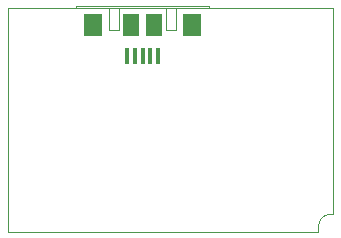
<source format=gbr>
%TF.GenerationSoftware,KiCad,Pcbnew,7.0.10*%
%TF.CreationDate,2024-02-22T14:43:34-08:00*%
%TF.ProjectId,beeper-design,62656570-6572-42d6-9465-7369676e2e6b,rev?*%
%TF.SameCoordinates,Original*%
%TF.FileFunction,Paste,Bot*%
%TF.FilePolarity,Positive*%
%FSLAX46Y46*%
G04 Gerber Fmt 4.6, Leading zero omitted, Abs format (unit mm)*
G04 Created by KiCad (PCBNEW 7.0.10) date 2024-02-22 14:43:34*
%MOMM*%
%LPD*%
G01*
G04 APERTURE LIST*
%ADD10R,0.400000X1.350000*%
%ADD11R,1.400000X1.900000*%
%ADD12R,1.600000X1.900000*%
%TA.AperFunction,Profile*%
%ADD13C,0.050000*%
%TD*%
G04 APERTURE END LIST*
D10*
%TO.C,J6*%
X138401369Y-102638144D03*
X137751369Y-102638144D03*
X137101369Y-102638144D03*
X136451369Y-102638144D03*
X135801369Y-102638144D03*
D11*
X136151369Y-99963144D03*
X138051369Y-99963144D03*
D12*
X132901369Y-99963144D03*
X141301369Y-99963144D03*
%TD*%
D13*
X134301369Y-98513144D02*
X134301369Y-100393144D01*
X139051369Y-100393144D02*
X139901369Y-100393144D01*
X125750000Y-117500000D02*
X125750000Y-98500000D01*
X152000000Y-117000000D02*
X152000000Y-117500000D01*
X139901369Y-98513144D02*
X142701369Y-98513144D01*
X152000000Y-117500000D02*
X125750000Y-117500000D01*
X139051369Y-98513144D02*
X139051369Y-100393144D01*
X139901369Y-100393144D02*
X139901369Y-98513144D01*
X153250000Y-116000000D02*
X153000000Y-116000000D01*
X125750000Y-98500000D02*
X153250000Y-98500000D01*
X134301369Y-100393144D02*
X135151369Y-100393144D01*
X131501369Y-98513144D02*
X134301369Y-98513144D01*
X153250000Y-98500000D02*
X153250000Y-116000000D01*
X135151369Y-100393144D02*
X135151369Y-98513144D01*
X135151369Y-98513144D02*
X139051369Y-98513144D01*
X131501369Y-98363144D02*
X131501369Y-98513144D01*
X142701369Y-98363144D02*
X131501369Y-98363144D01*
X142701369Y-98513144D02*
X142701369Y-98363144D01*
X153000000Y-116000000D02*
G75*
G03*
X152000000Y-117000000I0J-1000000D01*
G01*
M02*

</source>
